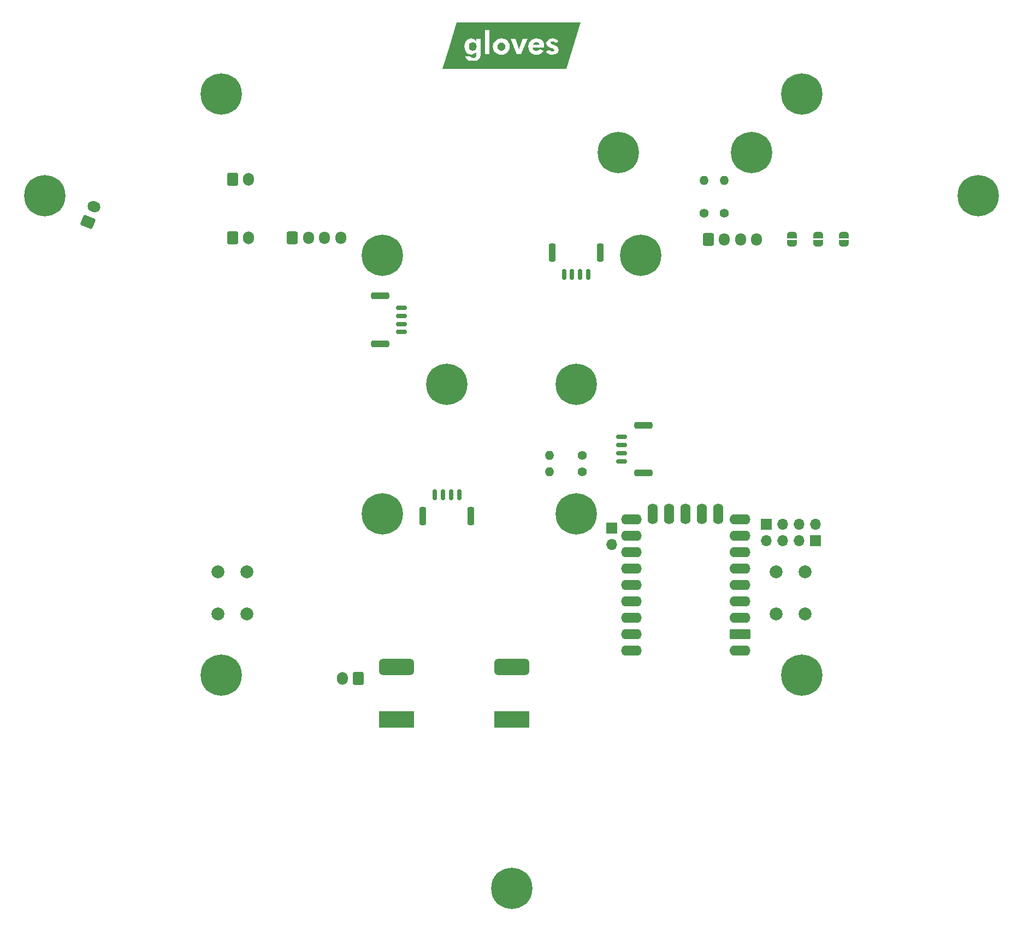
<source format=gbr>
%TF.GenerationSoftware,KiCad,Pcbnew,8.0.3*%
%TF.CreationDate,2024-06-18T01:51:01+08:00*%
%TF.ProjectId,imu-rounded,696d752d-726f-4756-9e64-65642e6b6963,rev?*%
%TF.SameCoordinates,Original*%
%TF.FileFunction,Soldermask,Top*%
%TF.FilePolarity,Negative*%
%FSLAX46Y46*%
G04 Gerber Fmt 4.6, Leading zero omitted, Abs format (unit mm)*
G04 Created by KiCad (PCBNEW 8.0.3) date 2024-06-18 01:51:01*
%MOMM*%
%LPD*%
G01*
G04 APERTURE LIST*
G04 Aperture macros list*
%AMRoundRect*
0 Rectangle with rounded corners*
0 $1 Rounding radius*
0 $2 $3 $4 $5 $6 $7 $8 $9 X,Y pos of 4 corners*
0 Add a 4 corners polygon primitive as box body*
4,1,4,$2,$3,$4,$5,$6,$7,$8,$9,$2,$3,0*
0 Add four circle primitives for the rounded corners*
1,1,$1+$1,$2,$3*
1,1,$1+$1,$4,$5*
1,1,$1+$1,$6,$7*
1,1,$1+$1,$8,$9*
0 Add four rect primitives between the rounded corners*
20,1,$1+$1,$2,$3,$4,$5,0*
20,1,$1+$1,$4,$5,$6,$7,0*
20,1,$1+$1,$6,$7,$8,$9,0*
20,1,$1+$1,$8,$9,$2,$3,0*%
%AMHorizOval*
0 Thick line with rounded ends*
0 $1 width*
0 $2 $3 position (X,Y) of the first rounded end (center of the circle)*
0 $4 $5 position (X,Y) of the second rounded end (center of the circle)*
0 Add line between two ends*
20,1,$1,$2,$3,$4,$5,0*
0 Add two circle primitives to create the rounded ends*
1,1,$1,$2,$3*
1,1,$1,$4,$5*%
%AMFreePoly0*
4,1,19,0.500000,-0.750000,0.000000,-0.750000,0.000000,-0.744911,-0.071157,-0.744911,-0.207708,-0.704816,-0.327430,-0.627875,-0.420627,-0.520320,-0.479746,-0.390866,-0.500000,-0.250000,-0.500000,0.250000,-0.479746,0.390866,-0.420627,0.520320,-0.327430,0.627875,-0.207708,0.704816,-0.071157,0.744911,0.000000,0.744911,0.000000,0.750000,0.500000,0.750000,0.500000,-0.750000,0.500000,-0.750000,
$1*%
%AMFreePoly1*
4,1,19,0.000000,0.744911,0.071157,0.744911,0.207708,0.704816,0.327430,0.627875,0.420627,0.520320,0.479746,0.390866,0.500000,0.250000,0.500000,-0.250000,0.479746,-0.390866,0.420627,-0.520320,0.327430,-0.627875,0.207708,-0.704816,0.071157,-0.744911,0.000000,-0.744911,0.000000,-0.750000,-0.500000,-0.750000,-0.500000,0.750000,0.000000,0.750000,0.000000,0.744911,0.000000,0.744911,
$1*%
G04 Aperture macros list end*
%ADD10C,0.000000*%
%ADD11C,0.800000*%
%ADD12C,6.400000*%
%ADD13RoundRect,0.250000X0.600000X0.750000X-0.600000X0.750000X-0.600000X-0.750000X0.600000X-0.750000X0*%
%ADD14O,1.700000X2.000000*%
%ADD15R,5.500000X2.500000*%
%ADD16R,2.000000X2.000000*%
%ADD17RoundRect,0.625000X2.125000X0.625000X-2.125000X0.625000X-2.125000X-0.625000X2.125000X-0.625000X0*%
%ADD18C,2.000000*%
%ADD19R,1.700000X1.700000*%
%ADD20O,1.700000X1.700000*%
%ADD21RoundRect,0.150000X0.700000X-0.150000X0.700000X0.150000X-0.700000X0.150000X-0.700000X-0.150000X0*%
%ADD22RoundRect,0.250000X1.150000X-0.250000X1.150000X0.250000X-1.150000X0.250000X-1.150000X-0.250000X0*%
%ADD23FreePoly0,270.000000*%
%ADD24FreePoly1,270.000000*%
%ADD25RoundRect,0.250000X0.470624X-0.837265X0.920152X0.275355X-0.470624X0.837265X-0.920152X-0.275355X0*%
%ADD26HorizOval,1.700000X-0.139078X0.056191X0.139078X-0.056191X0*%
%ADD27C,1.400000*%
%ADD28O,1.400000X1.400000*%
%ADD29RoundRect,0.150000X0.150000X0.700000X-0.150000X0.700000X-0.150000X-0.700000X0.150000X-0.700000X0*%
%ADD30RoundRect,0.250000X0.250000X1.150000X-0.250000X1.150000X-0.250000X-1.150000X0.250000X-1.150000X0*%
%ADD31RoundRect,0.150000X-0.700000X0.150000X-0.700000X-0.150000X0.700000X-0.150000X0.700000X0.150000X0*%
%ADD32RoundRect,0.250000X-1.150000X0.250000X-1.150000X-0.250000X1.150000X-0.250000X1.150000X0.250000X0*%
%ADD33RoundRect,0.250000X-0.600000X-0.725000X0.600000X-0.725000X0.600000X0.725000X-0.600000X0.725000X0*%
%ADD34O,1.700000X1.950000*%
%ADD35RoundRect,0.150000X-0.150000X-0.700000X0.150000X-0.700000X0.150000X0.700000X-0.150000X0.700000X0*%
%ADD36RoundRect,0.250000X-0.250000X-1.150000X0.250000X-1.150000X0.250000X1.150000X-0.250000X1.150000X0*%
%ADD37RoundRect,0.250000X-0.600000X-0.750000X0.600000X-0.750000X0.600000X0.750000X-0.600000X0.750000X0*%
%ADD38C,1.524000*%
%ADD39O,3.200000X1.600000*%
%ADD40O,1.600000X3.200000*%
%ADD41RoundRect,0.190500X0.571500X0.571500X-0.571500X0.571500X-0.571500X-0.571500X0.571500X-0.571500X0*%
%ADD42RoundRect,0.200000X-1.400000X-0.600000X1.400000X-0.600000X1.400000X0.600000X-1.400000X0.600000X0*%
G04 APERTURE END LIST*
D10*
%TO.C,kibuzzard-666B0E6A*%
G36*
X104213627Y-47068477D02*
G01*
X104375000Y-47404372D01*
X103308743Y-47404372D01*
X103484460Y-47068477D01*
X103851434Y-46954918D01*
X104213627Y-47068477D01*
G37*
G36*
X94231216Y-47018870D02*
G01*
X94417691Y-47153347D01*
X94536031Y-47365523D01*
X94575478Y-47643443D01*
X94536330Y-47921960D01*
X94418887Y-48131148D01*
X94231515Y-48262039D01*
X93982582Y-48305669D01*
X93733948Y-48262039D01*
X93547473Y-48131148D01*
X93430926Y-47921960D01*
X93392077Y-47643443D01*
X93431523Y-47364028D01*
X93549863Y-47152152D01*
X93738132Y-47018571D01*
X93987363Y-46974044D01*
X94231216Y-47018870D01*
G37*
G36*
X98670765Y-47064592D02*
G01*
X98866803Y-47192794D01*
X98992316Y-47392717D01*
X99034153Y-47650615D01*
X98992017Y-47908811D01*
X98865608Y-48109631D01*
X98669271Y-48238730D01*
X98417350Y-48281762D01*
X98164532Y-48238730D01*
X97970287Y-48109631D01*
X97846568Y-47908811D01*
X97805328Y-47650615D01*
X97846568Y-47391223D01*
X97970287Y-47191598D01*
X98164532Y-47064293D01*
X98417350Y-47021858D01*
X98670765Y-47064592D01*
G37*
G36*
X108522883Y-51109973D02*
G01*
X107298839Y-51109973D01*
X106299522Y-51109973D01*
X103846653Y-51109973D01*
X100820014Y-51109973D01*
X98422131Y-51109973D01*
X95890369Y-51109973D01*
X94023224Y-51109973D01*
X92701161Y-51109973D01*
X91477117Y-51109973D01*
X89311134Y-51109973D01*
X90352527Y-47638661D01*
X92701161Y-47638661D01*
X92733303Y-47995010D01*
X92829728Y-48299029D01*
X92990437Y-48550717D01*
X93204804Y-48738654D01*
X93462204Y-48851415D01*
X93762637Y-48889003D01*
X94007983Y-48862705D01*
X94218067Y-48783811D01*
X94396474Y-48650529D01*
X94546790Y-48461066D01*
X94546790Y-48795765D01*
X94516009Y-49082650D01*
X94423668Y-49273907D01*
X94261996Y-49381489D01*
X94023224Y-49417350D01*
X93705260Y-49352801D01*
X93580943Y-49151981D01*
X92832650Y-49151981D01*
X92926486Y-49475324D01*
X93155396Y-49704235D01*
X93383576Y-49805176D01*
X93672852Y-49865741D01*
X94023224Y-49885929D01*
X94339395Y-49866206D01*
X94604167Y-49807036D01*
X94821721Y-49706626D01*
X94996243Y-49563183D01*
X95148053Y-49302596D01*
X95181224Y-49096995D01*
X95190941Y-48819672D01*
X95890369Y-48819672D01*
X96569331Y-48819672D01*
X96569331Y-47655396D01*
X97109631Y-47655396D01*
X97150804Y-47995408D01*
X97274325Y-48295044D01*
X97480191Y-48554303D01*
X97749545Y-48753529D01*
X98063525Y-48873065D01*
X98422131Y-48912910D01*
X98777949Y-48873065D01*
X99089936Y-48753529D01*
X99358094Y-48554303D01*
X99563297Y-48295044D01*
X99686418Y-47995408D01*
X99727459Y-47655396D01*
X99686551Y-47311665D01*
X99563828Y-47010436D01*
X99359290Y-46751708D01*
X99091530Y-46553810D01*
X98882574Y-46474385D01*
X99866120Y-46474385D01*
X100820014Y-48819672D01*
X101501366Y-48819672D01*
X101977692Y-47660178D01*
X102613046Y-47660178D01*
X102649970Y-48016659D01*
X102760739Y-48321076D01*
X102945355Y-48573429D01*
X103193192Y-48762029D01*
X103493625Y-48875190D01*
X103846653Y-48912910D01*
X104196294Y-48875555D01*
X104494536Y-48763490D01*
X104746755Y-48574325D01*
X104877373Y-48408470D01*
X105336066Y-48408470D01*
X105464865Y-48617956D01*
X105679133Y-48777835D01*
X105962731Y-48879141D01*
X106299522Y-48912910D01*
X106711322Y-48861510D01*
X107028689Y-48707309D01*
X107231301Y-48465847D01*
X107298839Y-48152664D01*
X107258197Y-47915087D01*
X107136270Y-47723531D01*
X106918118Y-47565446D01*
X106588798Y-47428279D01*
X106505123Y-47401981D01*
X106157275Y-47245389D01*
X106041325Y-47076844D01*
X106134563Y-46914276D01*
X106378415Y-46852117D01*
X106629440Y-46920253D01*
X106770492Y-47119877D01*
X107270150Y-46871243D01*
X107133581Y-46665642D01*
X106934255Y-46512637D01*
X106682334Y-46417606D01*
X106387978Y-46385929D01*
X105988730Y-46439122D01*
X105675546Y-46598702D01*
X105472934Y-46844348D01*
X105405396Y-47155738D01*
X105445142Y-47369109D01*
X105564378Y-47545423D01*
X105787013Y-47702613D01*
X106136954Y-47858607D01*
X106304303Y-47918374D01*
X106558914Y-48046875D01*
X106643784Y-48202869D01*
X106548156Y-48371414D01*
X106285178Y-48432377D01*
X106000683Y-48353484D01*
X105859631Y-48138320D01*
X105336066Y-48408470D01*
X104877373Y-48408470D01*
X104958333Y-48305669D01*
X104408470Y-48030738D01*
X104182548Y-48248292D01*
X103860997Y-48320014D01*
X103640454Y-48288636D01*
X103471311Y-48194501D01*
X103353569Y-48037013D01*
X103287227Y-47815574D01*
X105049180Y-47815574D01*
X105058743Y-47706796D01*
X105061134Y-47638661D01*
X105025008Y-47281516D01*
X104916629Y-46978294D01*
X104735997Y-46728996D01*
X104493207Y-46543716D01*
X104198353Y-46432548D01*
X103851434Y-46395492D01*
X103511289Y-46435071D01*
X103214443Y-46553810D01*
X102960895Y-46751708D01*
X102767646Y-47010967D01*
X102651696Y-47313790D01*
X102613046Y-47660178D01*
X101977692Y-47660178D01*
X102464822Y-46474385D01*
X101690232Y-46474385D01*
X101290984Y-47669740D01*
X101224044Y-47904030D01*
X101166667Y-48217213D01*
X101126025Y-47968579D01*
X101049522Y-47693648D01*
X100652664Y-46474385D01*
X99866120Y-46474385D01*
X98882574Y-46474385D01*
X98779144Y-46435071D01*
X98422131Y-46395492D01*
X98065915Y-46435603D01*
X97752732Y-46555935D01*
X97482582Y-46756489D01*
X97275387Y-47016811D01*
X97151070Y-47316447D01*
X97109631Y-47655396D01*
X96569331Y-47655396D01*
X96569331Y-45114071D01*
X95890369Y-45114071D01*
X95890369Y-48819672D01*
X95190941Y-48819672D01*
X95192281Y-48781421D01*
X95192281Y-46474385D01*
X94551571Y-46474385D01*
X94551571Y-46861680D01*
X94401255Y-46659964D01*
X94218067Y-46513832D01*
X94004397Y-46425077D01*
X93762637Y-46395492D01*
X93455032Y-46432149D01*
X93195241Y-46542122D01*
X92983265Y-46725410D01*
X92826541Y-46973512D01*
X92732506Y-47277930D01*
X92701161Y-47638661D01*
X90352527Y-47638661D01*
X91477117Y-43890027D01*
X92701161Y-43890027D01*
X107298839Y-43890027D01*
X108522883Y-43890027D01*
X110688866Y-43890027D01*
X108522883Y-51109973D01*
G37*
%TD*%
D11*
%TO.C,H12*%
X107600000Y-120000000D03*
X108302944Y-118302944D03*
X108302944Y-121697056D03*
X110000000Y-117600000D03*
D12*
X110000000Y-120000000D03*
D11*
X110000000Y-122400000D03*
X111697056Y-118302944D03*
X111697056Y-121697056D03*
X112400000Y-120000000D03*
%TD*%
D13*
%TO.C,J2*%
X76250000Y-145525000D03*
D14*
X73750000Y-145525000D03*
%TD*%
D15*
%TO.C,U1*%
X82153000Y-151837800D03*
D16*
X83853000Y-151837800D03*
D17*
X82153000Y-143737800D03*
D18*
X83853000Y-143737800D03*
X98353000Y-143737800D03*
D17*
X100053000Y-143725600D03*
D16*
X98353000Y-151850000D03*
D15*
X100053000Y-151837800D03*
%TD*%
D19*
%TO.C,J9*%
X115500000Y-122225000D03*
D20*
X115500000Y-124765000D03*
%TD*%
D11*
%TO.C,H13*%
X77600000Y-120000000D03*
X78302944Y-118302944D03*
X78302944Y-121697056D03*
X80000000Y-117600000D03*
D12*
X80000000Y-120000000D03*
D11*
X80000000Y-122400000D03*
X81697056Y-118302944D03*
X81697056Y-121697056D03*
X82400000Y-120000000D03*
%TD*%
%TO.C,H5*%
X25279659Y-70780686D03*
X25982603Y-69083630D03*
X25982603Y-72477742D03*
X27679659Y-68380686D03*
D12*
X27679659Y-70780686D03*
D11*
X27679659Y-73180686D03*
X29376715Y-69083630D03*
X29376715Y-72477742D03*
X30079659Y-70780686D03*
%TD*%
D19*
%TO.C,J7*%
X139500000Y-121600000D03*
D20*
X142040000Y-121600000D03*
X144580000Y-121600000D03*
X147120000Y-121600000D03*
%TD*%
D21*
%TO.C,T4*%
X82950000Y-91875000D03*
X82950000Y-90625000D03*
X82950000Y-89375000D03*
X82950000Y-88125000D03*
D22*
X79600000Y-93725000D03*
X79600000Y-86275000D03*
%TD*%
D23*
%TO.C,JP1*%
X151500000Y-76850000D03*
D24*
X151500000Y-78150000D03*
%TD*%
D25*
%TO.C,J6*%
X34293291Y-74809698D03*
D26*
X35229807Y-72491739D03*
%TD*%
D23*
%TO.C,JP2*%
X147500000Y-76850000D03*
D24*
X147500000Y-78150000D03*
%TD*%
D27*
%TO.C,R4*%
X129850000Y-73500000D03*
D28*
X129850000Y-68420000D03*
%TD*%
D27*
%TO.C,R1*%
X111000000Y-113500000D03*
D28*
X105920000Y-113500000D03*
%TD*%
D29*
%TO.C,T3*%
X91875000Y-117050000D03*
X90625000Y-117050000D03*
X89375000Y-117050000D03*
X88125000Y-117050000D03*
D30*
X93725000Y-120400000D03*
X86275000Y-120400000D03*
%TD*%
D31*
%TO.C,T2*%
X117050000Y-108125000D03*
X117050000Y-109375000D03*
X117050000Y-110625000D03*
X117050000Y-111875000D03*
D32*
X120400000Y-106275000D03*
X120400000Y-113725000D03*
%TD*%
D23*
%TO.C,JP3*%
X143500000Y-76850000D03*
D24*
X143500000Y-78150000D03*
%TD*%
D33*
%TO.C,J5*%
X66000000Y-77250000D03*
D34*
X68500000Y-77250000D03*
X71000000Y-77250000D03*
X73500000Y-77250000D03*
%TD*%
D11*
%TO.C,H7*%
X97600000Y-178000000D03*
X98302944Y-176302944D03*
X98302944Y-179697056D03*
X100000000Y-175600000D03*
D12*
X100000000Y-178000000D03*
D11*
X100000000Y-180400000D03*
X101697056Y-176302944D03*
X101697056Y-179697056D03*
X102400000Y-178000000D03*
%TD*%
D35*
%TO.C,T1*%
X108125000Y-82950000D03*
X109375000Y-82950000D03*
X110625000Y-82950000D03*
X111875000Y-82950000D03*
D36*
X106275000Y-79600000D03*
X113725000Y-79600000D03*
%TD*%
D37*
%TO.C,J1*%
X56750000Y-77250000D03*
D14*
X59250000Y-77250000D03*
%TD*%
D11*
%TO.C,H4*%
X142600000Y-145000000D03*
X143302944Y-143302944D03*
X143302944Y-146697056D03*
X145000000Y-142600000D03*
D12*
X145000000Y-145000000D03*
D11*
X145000000Y-147400000D03*
X146697056Y-143302944D03*
X146697056Y-146697056D03*
X147400000Y-145000000D03*
%TD*%
%TO.C,H6*%
X169920341Y-70780686D03*
X170623285Y-69083630D03*
X170623285Y-72477742D03*
X172320341Y-68380686D03*
D12*
X172320341Y-70780686D03*
D11*
X172320341Y-73180686D03*
X174017397Y-69083630D03*
X174017397Y-72477742D03*
X174720341Y-70780686D03*
%TD*%
D19*
%TO.C,J8*%
X147120000Y-124200000D03*
D20*
X144580000Y-124200000D03*
X142040000Y-124200000D03*
X139500000Y-124200000D03*
%TD*%
D18*
%TO.C,SW1*%
X54500000Y-135500000D03*
X54500000Y-129000000D03*
X59000000Y-135500000D03*
X59000000Y-129000000D03*
%TD*%
D11*
%TO.C,H2*%
X142600000Y-55000000D03*
X143302944Y-53302944D03*
X143302944Y-56697056D03*
X145000000Y-52600000D03*
D12*
X145000000Y-55000000D03*
D11*
X145000000Y-57400000D03*
X146697056Y-53302944D03*
X146697056Y-56697056D03*
X147400000Y-55000000D03*
%TD*%
%TO.C,H15*%
X117600000Y-80000000D03*
X118302944Y-78302944D03*
X118302944Y-81697056D03*
X120000000Y-77600000D03*
D12*
X120000000Y-80000000D03*
D11*
X120000000Y-82400000D03*
X121697056Y-78302944D03*
X121697056Y-81697056D03*
X122400000Y-80000000D03*
%TD*%
%TO.C,H10*%
X114116715Y-64049803D03*
X114819659Y-62352747D03*
X114819659Y-65746859D03*
X116516715Y-61649803D03*
D12*
X116516715Y-64049803D03*
D11*
X116516715Y-66449803D03*
X118213771Y-62352747D03*
X118213771Y-65746859D03*
X118916715Y-64049803D03*
%TD*%
D27*
%TO.C,R3*%
X133000000Y-73500000D03*
D28*
X133000000Y-68420000D03*
%TD*%
D11*
%TO.C,H3*%
X52600000Y-145000000D03*
X53302944Y-143302944D03*
X53302944Y-146697056D03*
X55000000Y-142600000D03*
D12*
X55000000Y-145000000D03*
D11*
X55000000Y-147400000D03*
X56697056Y-143302944D03*
X56697056Y-146697056D03*
X57400000Y-145000000D03*
%TD*%
%TO.C,H8*%
X87600000Y-100000000D03*
X88302944Y-98302944D03*
X88302944Y-101697056D03*
X90000000Y-97600000D03*
D12*
X90000000Y-100000000D03*
D11*
X90000000Y-102400000D03*
X91697056Y-98302944D03*
X91697056Y-101697056D03*
X92400000Y-100000000D03*
%TD*%
D38*
%TO.C,U2*%
X119380000Y-141160000D03*
D39*
X118580000Y-141160000D03*
D38*
X119380000Y-138620000D03*
D39*
X118580000Y-138620000D03*
D38*
X119380000Y-136080000D03*
D39*
X118580000Y-136080000D03*
D38*
X119380000Y-133540000D03*
D39*
X118580000Y-133540000D03*
D38*
X119380000Y-131000000D03*
D39*
X118580000Y-131000000D03*
D38*
X119380000Y-128460000D03*
D39*
X118580000Y-128460000D03*
D38*
X119380000Y-125920000D03*
D39*
X118580000Y-125920000D03*
D38*
X119380000Y-123380000D03*
D39*
X118580000Y-123380000D03*
D38*
X119380000Y-120840000D03*
D39*
X118580000Y-120840000D03*
D38*
X121920000Y-120840000D03*
D40*
X121920000Y-120040000D03*
D38*
X124460000Y-120840000D03*
D40*
X124460000Y-120040000D03*
D38*
X127000000Y-120840000D03*
D40*
X127000000Y-120040000D03*
D38*
X129540000Y-120840000D03*
D40*
X129540000Y-120040000D03*
D38*
X132080000Y-120840000D03*
D40*
X132080000Y-120040000D03*
D38*
X134620000Y-120840000D03*
D39*
X135420000Y-120840000D03*
D38*
X134620000Y-123380000D03*
D39*
X135420000Y-123380000D03*
D38*
X134620000Y-125920000D03*
D39*
X135420000Y-125920000D03*
D38*
X134620000Y-128460000D03*
D39*
X135420000Y-128460000D03*
D38*
X134620000Y-131000000D03*
D39*
X135420000Y-131000000D03*
D38*
X134620000Y-133540000D03*
D39*
X135420000Y-133540000D03*
D38*
X134620000Y-136080000D03*
D39*
X135420000Y-136080000D03*
D41*
X134620000Y-138620000D03*
D42*
X135420000Y-138620000D03*
D38*
X134620000Y-141160000D03*
D39*
X135420000Y-141160000D03*
%TD*%
D11*
%TO.C,H11*%
X134836715Y-64049803D03*
X135539659Y-62352747D03*
X135539659Y-65746859D03*
X137236715Y-61649803D03*
D12*
X137236715Y-64049803D03*
D11*
X137236715Y-66449803D03*
X138933771Y-62352747D03*
X138933771Y-65746859D03*
X139636715Y-64049803D03*
%TD*%
%TO.C,H1*%
X52600000Y-55000000D03*
X53302944Y-53302944D03*
X53302944Y-56697056D03*
X55000000Y-52600000D03*
D12*
X55000000Y-55000000D03*
D11*
X55000000Y-57400000D03*
X56697056Y-53302944D03*
X56697056Y-56697056D03*
X57400000Y-55000000D03*
%TD*%
%TO.C,H14*%
X77600000Y-80000000D03*
X78302944Y-78302944D03*
X78302944Y-81697056D03*
X80000000Y-77600000D03*
D12*
X80000000Y-80000000D03*
D11*
X80000000Y-82400000D03*
X81697056Y-78302944D03*
X81697056Y-81697056D03*
X82400000Y-80000000D03*
%TD*%
D27*
%TO.C,R2*%
X111000000Y-111000000D03*
D28*
X105920000Y-111000000D03*
%TD*%
D33*
%TO.C,J4*%
X130500000Y-77500000D03*
D34*
X133000000Y-77500000D03*
X135500000Y-77500000D03*
X138000000Y-77500000D03*
%TD*%
D11*
%TO.C,H9*%
X107600000Y-100000000D03*
X108302944Y-98302944D03*
X108302944Y-101697056D03*
X110000000Y-97600000D03*
D12*
X110000000Y-100000000D03*
D11*
X110000000Y-102400000D03*
X111697056Y-98302944D03*
X111697056Y-101697056D03*
X112400000Y-100000000D03*
%TD*%
D18*
%TO.C,SW2*%
X145500000Y-129000000D03*
X145500000Y-135500000D03*
X141000000Y-129000000D03*
X141000000Y-135500000D03*
%TD*%
D37*
%TO.C,J3*%
X56750000Y-68250000D03*
D14*
X59250000Y-68250000D03*
%TD*%
M02*

</source>
